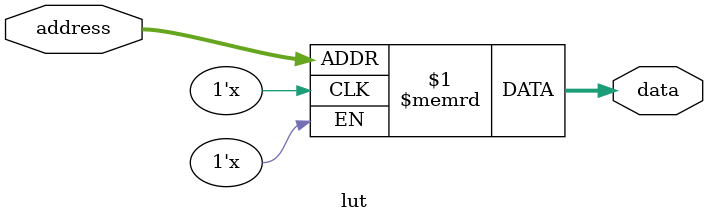
<source format=sv>
module lut (
    input logic [4:0] address,
    output logic [7:0] data
);

logic [7:0] lut [31:0]; // 32 entries, each 8 bits wide

assign data = lut[address];

endmodule

</source>
